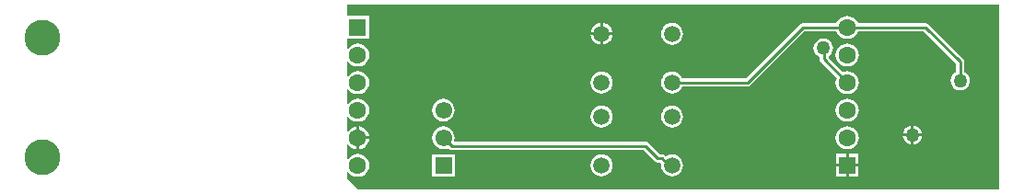
<source format=gbl>
G04*
G04 #@! TF.GenerationSoftware,Altium Limited,Altium Designer,19.0.15 (446)*
G04*
G04 Layer_Physical_Order=2*
G04 Layer_Color=16711680*
%FSLAX25Y25*%
%MOIN*%
G70*
G01*
G75*
%ADD12C,0.01000*%
%ADD26C,0.06102*%
%ADD27R,0.06102X0.06102*%
%ADD28C,0.05906*%
%ADD29C,0.06299*%
%ADD30R,0.06299X0.06299*%
%ADD31C,0.12992*%
%ADD32C,0.05000*%
G36*
X456693Y433071D02*
X224410D01*
X220472Y437008D01*
Y439304D01*
X220972Y439474D01*
X221450Y438851D01*
X222317Y438186D01*
X223326Y437768D01*
X224410Y437626D01*
X225493Y437768D01*
X226502Y438186D01*
X227369Y438851D01*
X228034Y439718D01*
X228452Y440728D01*
X228595Y441811D01*
X228452Y442894D01*
X228034Y443904D01*
X227369Y444771D01*
X226502Y445436D01*
X225493Y445854D01*
X224410Y445996D01*
X223326Y445854D01*
X222317Y445436D01*
X221450Y444771D01*
X220972Y444148D01*
X220472Y444318D01*
Y449304D01*
X220972Y449474D01*
X221450Y448851D01*
X222317Y448186D01*
X223326Y447768D01*
X223909Y447691D01*
Y451811D01*
Y455931D01*
X223326Y455854D01*
X222317Y455436D01*
X221450Y454771D01*
X220972Y454148D01*
X220472Y454318D01*
Y459304D01*
X220972Y459474D01*
X221450Y458851D01*
X222317Y458186D01*
X223326Y457768D01*
X224410Y457626D01*
X225493Y457768D01*
X226502Y458186D01*
X227369Y458851D01*
X228034Y459718D01*
X228452Y460728D01*
X228595Y461811D01*
X228452Y462894D01*
X228034Y463904D01*
X227369Y464771D01*
X226502Y465436D01*
X225493Y465854D01*
X224410Y465996D01*
X223326Y465854D01*
X222317Y465436D01*
X221450Y464771D01*
X220972Y464148D01*
X220472Y464318D01*
Y469304D01*
X220972Y469474D01*
X221450Y468852D01*
X222317Y468186D01*
X223326Y467768D01*
X224410Y467626D01*
X225493Y467768D01*
X226502Y468186D01*
X227369Y468852D01*
X228034Y469718D01*
X228452Y470728D01*
X228595Y471811D01*
X228452Y472894D01*
X228034Y473904D01*
X227369Y474771D01*
X226502Y475436D01*
X225493Y475854D01*
X224410Y475996D01*
X223326Y475854D01*
X222317Y475436D01*
X221450Y474771D01*
X220972Y474148D01*
X220472Y474318D01*
Y479304D01*
X220972Y479474D01*
X221450Y478852D01*
X222317Y478186D01*
X223326Y477768D01*
X224410Y477626D01*
X225493Y477768D01*
X226502Y478186D01*
X227369Y478852D01*
X228034Y479718D01*
X228452Y480728D01*
X228595Y481811D01*
X228452Y482894D01*
X228034Y483904D01*
X227369Y484771D01*
X226502Y485436D01*
X225493Y485854D01*
X224410Y485996D01*
X223326Y485854D01*
X222317Y485436D01*
X221450Y484771D01*
X220972Y484148D01*
X220472Y484318D01*
Y487661D01*
X228559D01*
Y495961D01*
X220472D01*
Y500000D01*
X456693D01*
Y433071D01*
D02*
G37*
%LPC*%
G36*
X313138Y493449D02*
Y490028D01*
X316559D01*
X316489Y490559D01*
X316090Y491521D01*
X315457Y492347D01*
X314631Y492980D01*
X313670Y493379D01*
X313138Y493449D01*
D02*
G37*
G36*
X312138D02*
X311606Y493379D01*
X310644Y492980D01*
X309819Y492347D01*
X309185Y491521D01*
X308787Y490559D01*
X308717Y490028D01*
X312138D01*
Y493449D01*
D02*
G37*
G36*
X316559Y489028D02*
X313138D01*
Y485606D01*
X313670Y485677D01*
X314631Y486075D01*
X315457Y486708D01*
X316090Y487534D01*
X316489Y488496D01*
X316559Y489028D01*
D02*
G37*
G36*
X312138D02*
X308717D01*
X308787Y488496D01*
X309185Y487534D01*
X309819Y486708D01*
X310644Y486075D01*
X311606Y485677D01*
X312138Y485606D01*
Y489028D01*
D02*
G37*
G36*
X338228Y493514D02*
X337196Y493379D01*
X336235Y492980D01*
X335409Y492347D01*
X334776Y491521D01*
X334377Y490559D01*
X334242Y489528D01*
X334377Y488496D01*
X334776Y487534D01*
X335409Y486708D01*
X336235Y486075D01*
X337196Y485677D01*
X338228Y485541D01*
X339260Y485677D01*
X340222Y486075D01*
X341048Y486708D01*
X341681Y487534D01*
X342079Y488496D01*
X342215Y489528D01*
X342079Y490559D01*
X341681Y491521D01*
X341048Y492347D01*
X340222Y492980D01*
X339260Y493379D01*
X338228Y493514D01*
D02*
G37*
G36*
X401587Y485996D02*
X400503Y485854D01*
X399494Y485436D01*
X398627Y484771D01*
X397962Y483904D01*
X397544Y482894D01*
X397401Y481811D01*
X397544Y480728D01*
X397962Y479718D01*
X398627Y478852D01*
X399494Y478186D01*
X400503Y477768D01*
X401587Y477626D01*
X402670Y477768D01*
X403679Y478186D01*
X404546Y478852D01*
X405211Y479718D01*
X405629Y480728D01*
X405772Y481811D01*
X405629Y482894D01*
X405211Y483904D01*
X404546Y484771D01*
X403679Y485436D01*
X402670Y485854D01*
X401587Y485996D01*
D02*
G37*
G36*
Y495996D02*
X400503Y495854D01*
X399494Y495436D01*
X398627Y494771D01*
X397962Y493904D01*
X397729Y493340D01*
X385433D01*
X384848Y493224D01*
X384352Y492893D01*
X364800Y473340D01*
X341873D01*
X341681Y473804D01*
X341048Y474630D01*
X340222Y475264D01*
X339260Y475662D01*
X338228Y475798D01*
X337196Y475662D01*
X336235Y475264D01*
X335409Y474630D01*
X334776Y473804D01*
X334377Y472843D01*
X334242Y471811D01*
X334377Y470779D01*
X334776Y469818D01*
X335409Y468992D01*
X336235Y468358D01*
X337196Y467960D01*
X338228Y467824D01*
X339260Y467960D01*
X340222Y468358D01*
X341048Y468992D01*
X341681Y469818D01*
X341873Y470282D01*
X365433D01*
X366018Y470398D01*
X366514Y470730D01*
X386067Y490282D01*
X397729D01*
X397962Y489718D01*
X398627Y488851D01*
X399494Y488186D01*
X400503Y487768D01*
X401587Y487626D01*
X402670Y487768D01*
X403679Y488186D01*
X404546Y488851D01*
X405211Y489718D01*
X405445Y490282D01*
X429366D01*
X440971Y478678D01*
Y475655D01*
X440735Y475557D01*
X440004Y474996D01*
X439443Y474265D01*
X439090Y473414D01*
X438970Y472500D01*
X439090Y471586D01*
X439443Y470735D01*
X440004Y470004D01*
X440735Y469443D01*
X441586Y469090D01*
X442500Y468970D01*
X443414Y469090D01*
X444265Y469443D01*
X444996Y470004D01*
X445557Y470735D01*
X445910Y471586D01*
X446030Y472500D01*
X445910Y473414D01*
X445557Y474265D01*
X444996Y474996D01*
X444265Y475557D01*
X444029Y475655D01*
Y479311D01*
X443913Y479896D01*
X443581Y480393D01*
X431081Y492893D01*
X430585Y493224D01*
X430000Y493340D01*
X405445D01*
X405211Y493904D01*
X404546Y494771D01*
X403679Y495436D01*
X402670Y495854D01*
X401587Y495996D01*
D02*
G37*
G36*
X312638Y475798D02*
X311606Y475662D01*
X310644Y475264D01*
X309819Y474630D01*
X309185Y473804D01*
X308787Y472843D01*
X308651Y471811D01*
X308787Y470779D01*
X309185Y469818D01*
X309819Y468992D01*
X310644Y468358D01*
X311606Y467960D01*
X312638Y467824D01*
X313670Y467960D01*
X314631Y468358D01*
X315457Y468992D01*
X316090Y469818D01*
X316489Y470779D01*
X316625Y471811D01*
X316489Y472843D01*
X316090Y473804D01*
X315457Y474630D01*
X314631Y475264D01*
X313670Y475662D01*
X312638Y475798D01*
D02*
G37*
G36*
X392933Y487841D02*
X392019Y487721D01*
X391168Y487368D01*
X390437Y486807D01*
X389876Y486076D01*
X389523Y485225D01*
X389403Y484311D01*
X389523Y483397D01*
X389876Y482546D01*
X390437Y481815D01*
X391168Y481254D01*
X391557Y481093D01*
Y480311D01*
X391674Y479726D01*
X392005Y479230D01*
X397777Y473458D01*
X397544Y472894D01*
X397401Y471811D01*
X397544Y470728D01*
X397962Y469718D01*
X398627Y468852D01*
X399494Y468186D01*
X400503Y467768D01*
X401587Y467626D01*
X402670Y467768D01*
X403679Y468186D01*
X404546Y468852D01*
X405211Y469718D01*
X405629Y470728D01*
X405772Y471811D01*
X405629Y472894D01*
X405211Y473904D01*
X404546Y474771D01*
X403679Y475436D01*
X402670Y475854D01*
X401587Y475996D01*
X400503Y475854D01*
X399940Y475621D01*
X394803Y480758D01*
X394777Y480882D01*
X394831Y481356D01*
X395429Y481815D01*
X395990Y482546D01*
X396343Y483397D01*
X396463Y484311D01*
X396343Y485225D01*
X395990Y486076D01*
X395429Y486807D01*
X394698Y487368D01*
X393847Y487721D01*
X392933Y487841D01*
D02*
G37*
G36*
X255433Y465897D02*
X254376Y465758D01*
X253390Y465350D01*
X252544Y464700D01*
X251894Y463854D01*
X251486Y462869D01*
X251347Y461811D01*
X251486Y460753D01*
X251894Y459768D01*
X252544Y458922D01*
X253390Y458272D01*
X254376Y457864D01*
X255433Y457725D01*
X256491Y457864D01*
X257476Y458272D01*
X258322Y458922D01*
X258972Y459768D01*
X259380Y460753D01*
X259519Y461811D01*
X259380Y462869D01*
X258972Y463854D01*
X258322Y464700D01*
X257476Y465350D01*
X256491Y465758D01*
X255433Y465897D01*
D02*
G37*
G36*
X401587Y465996D02*
X400503Y465854D01*
X399494Y465436D01*
X398627Y464771D01*
X397962Y463904D01*
X397544Y462894D01*
X397401Y461811D01*
X397544Y460728D01*
X397962Y459718D01*
X398627Y458851D01*
X399494Y458186D01*
X400503Y457768D01*
X401587Y457626D01*
X402670Y457768D01*
X403679Y458186D01*
X404546Y458851D01*
X405211Y459718D01*
X405629Y460728D01*
X405772Y461811D01*
X405629Y462894D01*
X405211Y463904D01*
X404546Y464771D01*
X403679Y465436D01*
X402670Y465854D01*
X401587Y465996D01*
D02*
G37*
G36*
X338228Y463514D02*
X337196Y463379D01*
X336235Y462980D01*
X335409Y462347D01*
X334776Y461521D01*
X334377Y460559D01*
X334242Y459528D01*
X334377Y458496D01*
X334776Y457534D01*
X335409Y456708D01*
X336235Y456075D01*
X337196Y455677D01*
X338228Y455541D01*
X339260Y455677D01*
X340222Y456075D01*
X341048Y456708D01*
X341681Y457534D01*
X342079Y458496D01*
X342215Y459528D01*
X342079Y460559D01*
X341681Y461521D01*
X341048Y462347D01*
X340222Y462980D01*
X339260Y463379D01*
X338228Y463514D01*
D02*
G37*
G36*
X312638D02*
X311606Y463379D01*
X310644Y462980D01*
X309819Y462347D01*
X309185Y461521D01*
X308787Y460559D01*
X308651Y459528D01*
X308787Y458496D01*
X309185Y457534D01*
X309819Y456708D01*
X310644Y456075D01*
X311606Y455677D01*
X312638Y455541D01*
X313670Y455677D01*
X314631Y456075D01*
X315457Y456708D01*
X316090Y457534D01*
X316489Y458496D01*
X316625Y459528D01*
X316489Y460559D01*
X316090Y461521D01*
X315457Y462347D01*
X314631Y462980D01*
X313670Y463379D01*
X312638Y463514D01*
D02*
G37*
G36*
X425697Y456220D02*
Y453256D01*
X428661D01*
X428607Y453670D01*
X428254Y454521D01*
X427693Y455252D01*
X426962Y455813D01*
X426111Y456166D01*
X425697Y456220D01*
D02*
G37*
G36*
X424697D02*
X424283Y456166D01*
X423432Y455813D01*
X422701Y455252D01*
X422140Y454521D01*
X421787Y453670D01*
X421733Y453256D01*
X424697D01*
Y456220D01*
D02*
G37*
G36*
X224909Y455931D02*
Y452311D01*
X228529D01*
X228452Y452894D01*
X228034Y453904D01*
X227369Y454771D01*
X226502Y455436D01*
X225493Y455854D01*
X224909Y455931D01*
D02*
G37*
G36*
X428661Y452256D02*
X425697D01*
Y449292D01*
X426111Y449346D01*
X426962Y449699D01*
X427693Y450260D01*
X428254Y450991D01*
X428607Y451842D01*
X428661Y452256D01*
D02*
G37*
G36*
X424697D02*
X421733D01*
X421787Y451842D01*
X422140Y450991D01*
X422701Y450260D01*
X423432Y449699D01*
X424283Y449346D01*
X424697Y449292D01*
Y452256D01*
D02*
G37*
G36*
X228529Y451311D02*
X224909D01*
Y447691D01*
X225493Y447768D01*
X226502Y448186D01*
X227369Y448851D01*
X228034Y449718D01*
X228452Y450728D01*
X228529Y451311D01*
D02*
G37*
G36*
X401587Y455996D02*
X400503Y455854D01*
X399494Y455436D01*
X398627Y454771D01*
X397962Y453904D01*
X397544Y452894D01*
X397401Y451811D01*
X397544Y450728D01*
X397962Y449718D01*
X398627Y448851D01*
X399494Y448186D01*
X400503Y447768D01*
X401587Y447626D01*
X402670Y447768D01*
X403679Y448186D01*
X404546Y448851D01*
X405211Y449718D01*
X405629Y450728D01*
X405772Y451811D01*
X405629Y452894D01*
X405211Y453904D01*
X404546Y454771D01*
X403679Y455436D01*
X402670Y455854D01*
X401587Y455996D01*
D02*
G37*
G36*
X405736Y445961D02*
X402087D01*
Y442311D01*
X405736D01*
Y445961D01*
D02*
G37*
G36*
X401087D02*
X397437D01*
Y442311D01*
X401087D01*
Y445961D01*
D02*
G37*
G36*
X255433Y455897D02*
X254376Y455758D01*
X253390Y455350D01*
X252544Y454700D01*
X251894Y453854D01*
X251486Y452869D01*
X251347Y451811D01*
X251486Y450753D01*
X251894Y449768D01*
X252544Y448922D01*
X253390Y448272D01*
X254376Y447864D01*
X255433Y447725D01*
X256491Y447864D01*
X257004Y448077D01*
X257344Y447738D01*
X257840Y447406D01*
X258425Y447290D01*
X327792D01*
X331852Y443230D01*
X332348Y442898D01*
X332933Y442782D01*
X333798D01*
X334303Y442277D01*
X334242Y441811D01*
X334377Y440779D01*
X334776Y439818D01*
X335409Y438992D01*
X336235Y438358D01*
X337196Y437960D01*
X338228Y437824D01*
X339260Y437960D01*
X340222Y438358D01*
X341048Y438992D01*
X341681Y439818D01*
X342079Y440779D01*
X342215Y441811D01*
X342079Y442843D01*
X341681Y443804D01*
X341048Y444630D01*
X340222Y445264D01*
X339260Y445662D01*
X338228Y445798D01*
X337196Y445662D01*
X336235Y445264D01*
X335899Y445006D01*
X335513Y445393D01*
X335016Y445724D01*
X334431Y445840D01*
X333567D01*
X329507Y449900D01*
X329011Y450232D01*
X328425Y450348D01*
X259653D01*
X259392Y450848D01*
X259519Y451811D01*
X259380Y452869D01*
X258972Y453854D01*
X258322Y454700D01*
X257476Y455350D01*
X256491Y455758D01*
X255433Y455897D01*
D02*
G37*
G36*
X312638Y445798D02*
X311606Y445662D01*
X310644Y445264D01*
X309819Y444630D01*
X309185Y443804D01*
X308787Y442843D01*
X308651Y441811D01*
X308787Y440779D01*
X309185Y439818D01*
X309819Y438992D01*
X310644Y438358D01*
X311606Y437960D01*
X312638Y437824D01*
X313670Y437960D01*
X314631Y438358D01*
X315457Y438992D01*
X316090Y439818D01*
X316489Y440779D01*
X316625Y441811D01*
X316489Y442843D01*
X316090Y443804D01*
X315457Y444630D01*
X314631Y445264D01*
X313670Y445662D01*
X312638Y445798D01*
D02*
G37*
G36*
X259484Y445862D02*
X251382D01*
Y437760D01*
X259484D01*
Y445862D01*
D02*
G37*
G36*
X405736Y441311D02*
X402087D01*
Y437661D01*
X405736D01*
Y441311D01*
D02*
G37*
G36*
X401087D02*
X397437D01*
Y437661D01*
X401087D01*
Y441311D01*
D02*
G37*
%LPD*%
D12*
X393087Y480311D02*
X401587Y471811D01*
X393087Y480311D02*
Y484158D01*
X392933Y484311D02*
X393087Y484158D01*
X385433Y491811D02*
X401587D01*
X430000D01*
X442500Y479311D01*
Y472500D02*
Y479311D01*
X328425Y448819D02*
X332933Y444311D01*
X258425Y448819D02*
X328425D01*
X255433Y451811D02*
X258425Y448819D01*
X332933Y444311D02*
X334431D01*
X336931Y441811D01*
X338228D01*
Y471811D02*
X365433D01*
X385433Y491811D01*
D26*
X255433Y461811D02*
D03*
Y451811D02*
D03*
D27*
Y441811D02*
D03*
D28*
X338228Y471811D02*
D03*
Y489528D02*
D03*
X312638Y471811D02*
D03*
Y489528D02*
D03*
X338228Y441811D02*
D03*
Y459528D02*
D03*
X312638Y441811D02*
D03*
Y459528D02*
D03*
D29*
X401587Y481811D02*
D03*
Y471811D02*
D03*
Y461811D02*
D03*
Y451811D02*
D03*
Y491811D02*
D03*
X224410Y451811D02*
D03*
Y461811D02*
D03*
Y471811D02*
D03*
Y481811D02*
D03*
Y441811D02*
D03*
D30*
X401587D02*
D03*
X224410Y491811D02*
D03*
D31*
X110236Y444882D02*
D03*
Y488189D02*
D03*
D32*
X392933Y484311D02*
D03*
X442500Y472500D02*
D03*
X425197Y452756D02*
D03*
M02*

</source>
